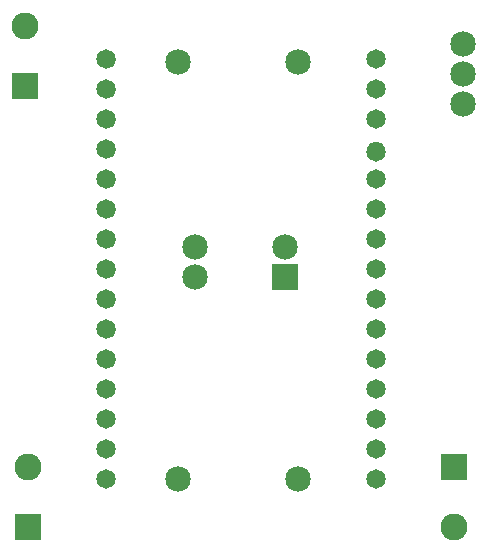
<source format=gbs>
G04 MADE WITH FRITZING*
G04 WWW.FRITZING.ORG*
G04 DOUBLE SIDED*
G04 HOLES PLATED*
G04 CONTOUR ON CENTER OF CONTOUR VECTOR*
%ASAXBY*%
%FSLAX23Y23*%
%MOIN*%
%OFA0B0*%
%SFA1.0B1.0*%
%ADD10C,0.076929*%
%ADD11C,0.065118*%
%ADD12C,0.057829*%
%ADD13C,0.085000*%
%ADD14C,0.090000*%
%ADD15R,0.085000X0.085000*%
%ADD16R,0.090000X0.090000*%
%LNMASK0*%
G90*
G70*
G54D10*
X360Y1947D03*
X1790Y277D03*
X1790Y477D03*
X370Y277D03*
X370Y477D03*
X360Y1747D03*
G54D11*
X630Y437D03*
X630Y537D03*
X630Y637D03*
X630Y737D03*
X630Y837D03*
X630Y937D03*
X630Y1037D03*
X630Y1137D03*
X630Y1237D03*
X630Y1337D03*
X630Y1437D03*
X630Y1537D03*
X630Y1637D03*
X630Y1737D03*
X630Y1837D03*
X1530Y437D03*
X1530Y537D03*
X1530Y637D03*
X1530Y737D03*
X1530Y837D03*
X1530Y937D03*
X1530Y1037D03*
X1530Y1137D03*
X1530Y1237D03*
X1530Y1337D03*
X1530Y1437D03*
X1530Y1527D03*
X1530Y1637D03*
X1530Y1737D03*
X1530Y1837D03*
G54D12*
X1530Y1635D03*
X633Y1835D03*
X633Y1735D03*
X633Y1635D03*
X633Y1535D03*
X633Y1435D03*
X1530Y1735D03*
X1530Y1835D03*
X1530Y1535D03*
X633Y1336D03*
X633Y1236D03*
X633Y1136D03*
X633Y1036D03*
X633Y936D03*
X633Y836D03*
X633Y737D03*
X633Y637D03*
X633Y537D03*
X633Y437D03*
X1530Y1136D03*
X1530Y1036D03*
X1530Y936D03*
X1530Y836D03*
X1530Y737D03*
X1530Y637D03*
X1530Y537D03*
X1530Y437D03*
X1530Y1435D03*
X1530Y1336D03*
X1530Y1236D03*
G54D13*
X870Y437D03*
X1270Y437D03*
X870Y1827D03*
X1270Y1827D03*
X1227Y1110D03*
X927Y1110D03*
X1227Y1210D03*
X927Y1210D03*
X1820Y1887D03*
X1820Y1787D03*
X1820Y1687D03*
G54D14*
X370Y277D03*
X370Y477D03*
X1790Y477D03*
X1790Y277D03*
X360Y1747D03*
X360Y1947D03*
G54D15*
X1227Y1110D03*
G54D16*
X370Y277D03*
X1790Y477D03*
X360Y1747D03*
G04 End of Mask0*
M02*
</source>
